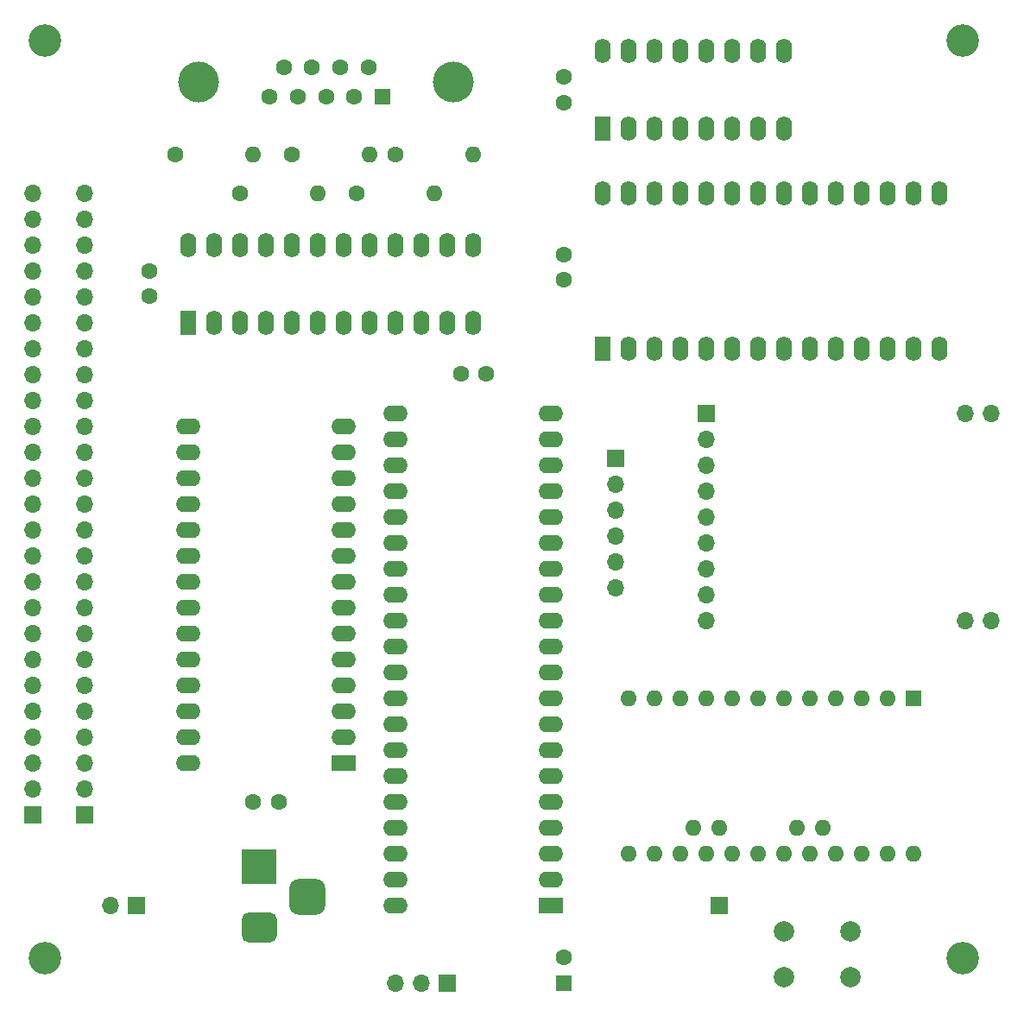
<source format=gbs>
G04 #@! TF.GenerationSoftware,KiCad,Pcbnew,(5.1.9)-1*
G04 #@! TF.CreationDate,2025-02-11T16:00:35+09:00*
G04 #@! TF.ProjectId,JR-100_SD,4a522d31-3030-45f5-9344-2e6b69636164,rev?*
G04 #@! TF.SameCoordinates,PX53920b0PY93c3260*
G04 #@! TF.FileFunction,Soldermask,Bot*
G04 #@! TF.FilePolarity,Negative*
%FSLAX46Y46*%
G04 Gerber Fmt 4.6, Leading zero omitted, Abs format (unit mm)*
G04 Created by KiCad (PCBNEW (5.1.9)-1) date 2025-02-11 16:00:35*
%MOMM*%
%LPD*%
G01*
G04 APERTURE LIST*
%ADD10C,1.600000*%
%ADD11R,1.600000X2.400000*%
%ADD12O,1.600000X2.400000*%
%ADD13C,3.200000*%
%ADD14R,1.700000X1.700000*%
%ADD15O,1.700000X1.700000*%
%ADD16R,1.600000X1.600000*%
%ADD17O,1.600000X1.600000*%
%ADD18R,2.400000X1.600000*%
%ADD19O,2.400000X1.600000*%
%ADD20R,3.500000X3.500000*%
%ADD21C,4.000000*%
%ADD22C,2.000000*%
G04 APERTURE END LIST*
D10*
X45760000Y62332000D03*
X48260000Y62332000D03*
D11*
X59690000Y64786000D03*
D12*
X92710000Y80026000D03*
X62230000Y64786000D03*
X90170000Y80026000D03*
X64770000Y64786000D03*
X87630000Y80026000D03*
X67310000Y64786000D03*
X85090000Y80026000D03*
X69850000Y64786000D03*
X82550000Y80026000D03*
X72390000Y64786000D03*
X80010000Y80026000D03*
X74930000Y64786000D03*
X77470000Y80026000D03*
X77470000Y64786000D03*
X74930000Y80026000D03*
X80010000Y64786000D03*
X72390000Y80026000D03*
X82550000Y64786000D03*
X69850000Y80026000D03*
X85090000Y64786000D03*
X67310000Y80026000D03*
X87630000Y64786000D03*
X64770000Y80026000D03*
X90170000Y64786000D03*
X62230000Y80026000D03*
X92710000Y64786000D03*
X59690000Y80026000D03*
D10*
X55880000Y74011000D03*
X55880000Y71511000D03*
D13*
X5000000Y95000000D03*
X95000000Y95000000D03*
X95000000Y5000000D03*
X5000000Y5000000D03*
D14*
X8890000Y19050000D03*
D15*
X8890000Y21590000D03*
X8890000Y24130000D03*
X8890000Y26670000D03*
X8890000Y29210000D03*
X8890000Y31750000D03*
X8890000Y34290000D03*
X8890000Y36830000D03*
X8890000Y39370000D03*
X8890000Y41910000D03*
X8890000Y44450000D03*
X8890000Y46990000D03*
X8890000Y49530000D03*
X8890000Y52070000D03*
X8890000Y54610000D03*
X8890000Y57150000D03*
X8890000Y59690000D03*
X8890000Y62230000D03*
X8890000Y64770000D03*
X8890000Y67310000D03*
X8890000Y69850000D03*
X8890000Y72390000D03*
X8890000Y74930000D03*
X8890000Y77470000D03*
X8890000Y80010000D03*
D14*
X69850000Y58420000D03*
D15*
X69850000Y55880000D03*
X69850000Y53340000D03*
X69850000Y50800000D03*
X69850000Y48260000D03*
X69850000Y45720000D03*
X69850000Y43180000D03*
X69850000Y40640000D03*
X69850000Y38100000D03*
X97790000Y38100000D03*
X95250000Y38100000D03*
X97790000Y58420000D03*
X95250000Y58420000D03*
D16*
X90170000Y30480000D03*
D17*
X87630000Y30480000D03*
X85090000Y30480000D03*
X62230000Y15240000D03*
X82550000Y30480000D03*
X64770000Y15240000D03*
X80010000Y30480000D03*
X67310000Y15240000D03*
X77470000Y30480000D03*
X69850000Y15240000D03*
X74930000Y30480000D03*
X72390000Y15240000D03*
X72390000Y30480000D03*
X74930000Y15240000D03*
X69850000Y30480000D03*
X77470000Y15240000D03*
X67310000Y30480000D03*
X80010000Y15240000D03*
X64770000Y30480000D03*
X82550000Y15240000D03*
X62230000Y30480000D03*
X85090000Y15240000D03*
X87630000Y15240000D03*
X90170000Y15240000D03*
X81280000Y17780000D03*
X78740000Y17780000D03*
X71120000Y17780000D03*
X68580000Y17780000D03*
D14*
X60960000Y53975000D03*
D15*
X60960000Y51435000D03*
X60960000Y48895000D03*
X60960000Y46355000D03*
X60960000Y43815000D03*
X60960000Y41275000D03*
D10*
X27900000Y20320000D03*
X25400000Y20320000D03*
X55880000Y88900000D03*
X55880000Y91400000D03*
D14*
X3810000Y19050000D03*
D15*
X3810000Y21590000D03*
X3810000Y24130000D03*
X3810000Y26670000D03*
X3810000Y29210000D03*
X3810000Y31750000D03*
X3810000Y34290000D03*
X3810000Y36830000D03*
X3810000Y39370000D03*
X3810000Y41910000D03*
X3810000Y44450000D03*
X3810000Y46990000D03*
X3810000Y49530000D03*
X3810000Y52070000D03*
X3810000Y54610000D03*
X3810000Y57150000D03*
X3810000Y59690000D03*
X3810000Y62230000D03*
X3810000Y64770000D03*
X3810000Y67310000D03*
X3810000Y69850000D03*
X3810000Y72390000D03*
X3810000Y74930000D03*
X3810000Y77470000D03*
X3810000Y80010000D03*
D10*
X17780000Y83820000D03*
D17*
X25400000Y83820000D03*
X36830000Y83820000D03*
D10*
X29210000Y83820000D03*
X39370000Y83820000D03*
D17*
X46990000Y83820000D03*
X31750000Y80010000D03*
D10*
X24130000Y80010000D03*
X35560000Y80010000D03*
D17*
X43180000Y80010000D03*
D11*
X19050000Y67310000D03*
D12*
X46990000Y74930000D03*
X21590000Y67310000D03*
X44450000Y74930000D03*
X24130000Y67310000D03*
X41910000Y74930000D03*
X26670000Y67310000D03*
X39370000Y74930000D03*
X29210000Y67310000D03*
X36830000Y74930000D03*
X31750000Y67310000D03*
X34290000Y74930000D03*
X34290000Y67310000D03*
X31750000Y74930000D03*
X36830000Y67310000D03*
X29210000Y74930000D03*
X39370000Y67310000D03*
X26670000Y74930000D03*
X41910000Y67310000D03*
X24130000Y74930000D03*
X44450000Y67310000D03*
X21590000Y74930000D03*
X46990000Y67310000D03*
X19050000Y74930000D03*
D11*
X59690000Y86360000D03*
D12*
X77470000Y93980000D03*
X62230000Y86360000D03*
X74930000Y93980000D03*
X64770000Y86360000D03*
X72390000Y93980000D03*
X67310000Y86360000D03*
X69850000Y93980000D03*
X69850000Y86360000D03*
X67310000Y93980000D03*
X72390000Y86360000D03*
X64770000Y93980000D03*
X74930000Y86360000D03*
X62230000Y93980000D03*
X77470000Y86360000D03*
X59690000Y93980000D03*
D18*
X34290000Y24130000D03*
D19*
X19050000Y57150000D03*
X34290000Y26670000D03*
X19050000Y54610000D03*
X34290000Y29210000D03*
X19050000Y52070000D03*
X34290000Y31750000D03*
X19050000Y49530000D03*
X34290000Y34290000D03*
X19050000Y46990000D03*
X34290000Y36830000D03*
X19050000Y44450000D03*
X34290000Y39370000D03*
X19050000Y41910000D03*
X34290000Y41910000D03*
X19050000Y39370000D03*
X34290000Y44450000D03*
X19050000Y36830000D03*
X34290000Y46990000D03*
X19050000Y34290000D03*
X34290000Y49530000D03*
X19050000Y31750000D03*
X34290000Y52070000D03*
X19050000Y29210000D03*
X34290000Y54610000D03*
X19050000Y26670000D03*
X34290000Y57150000D03*
X19050000Y24130000D03*
D14*
X13970000Y10160000D03*
D15*
X11430000Y10160000D03*
D20*
X26000000Y14000000D03*
G36*
G01*
X27000000Y6500000D02*
X25000000Y6500000D01*
G75*
G02*
X24250000Y7250000I0J750000D01*
G01*
X24250000Y8750000D01*
G75*
G02*
X25000000Y9500000I750000J0D01*
G01*
X27000000Y9500000D01*
G75*
G02*
X27750000Y8750000I0J-750000D01*
G01*
X27750000Y7250000D01*
G75*
G02*
X27000000Y6500000I-750000J0D01*
G01*
G37*
G36*
G01*
X31575000Y9250000D02*
X29825000Y9250000D01*
G75*
G02*
X28950000Y10125000I0J875000D01*
G01*
X28950000Y11875000D01*
G75*
G02*
X29825000Y12750000I875000J0D01*
G01*
X31575000Y12750000D01*
G75*
G02*
X32450000Y11875000I0J-875000D01*
G01*
X32450000Y10125000D01*
G75*
G02*
X31575000Y9250000I-875000J0D01*
G01*
G37*
D14*
X44450000Y2540000D03*
D15*
X41910000Y2540000D03*
X39370000Y2540000D03*
D10*
X15240000Y69890000D03*
X15240000Y72390000D03*
D16*
X55880000Y2540000D03*
D10*
X55880000Y5040000D03*
D16*
X38080000Y89500000D03*
D10*
X35310000Y89500000D03*
X32540000Y89500000D03*
X29770000Y89500000D03*
X27000000Y89500000D03*
X36695000Y92340000D03*
X33925000Y92340000D03*
X31155000Y92340000D03*
X28385000Y92340000D03*
D21*
X45040000Y90920000D03*
X20040000Y90920000D03*
D14*
X71120000Y10160000D03*
D22*
X77470000Y3120000D03*
X77470000Y7620000D03*
X83970000Y3120000D03*
X83970000Y7620000D03*
D18*
X54610000Y10160000D03*
D19*
X39370000Y58420000D03*
X54610000Y12700000D03*
X39370000Y55880000D03*
X54610000Y15240000D03*
X39370000Y53340000D03*
X54610000Y17780000D03*
X39370000Y50800000D03*
X54610000Y20320000D03*
X39370000Y48260000D03*
X54610000Y22860000D03*
X39370000Y45720000D03*
X54610000Y25400000D03*
X39370000Y43180000D03*
X54610000Y27940000D03*
X39370000Y40640000D03*
X54610000Y30480000D03*
X39370000Y38100000D03*
X54610000Y33020000D03*
X39370000Y35560000D03*
X54610000Y35560000D03*
X39370000Y33020000D03*
X54610000Y38100000D03*
X39370000Y30480000D03*
X54610000Y40640000D03*
X39370000Y27940000D03*
X54610000Y43180000D03*
X39370000Y25400000D03*
X54610000Y45720000D03*
X39370000Y22860000D03*
X54610000Y48260000D03*
X39370000Y20320000D03*
X54610000Y50800000D03*
X39370000Y17780000D03*
X54610000Y53340000D03*
X39370000Y15240000D03*
X54610000Y55880000D03*
X39370000Y12700000D03*
X54610000Y58420000D03*
X39370000Y10160000D03*
M02*

</source>
